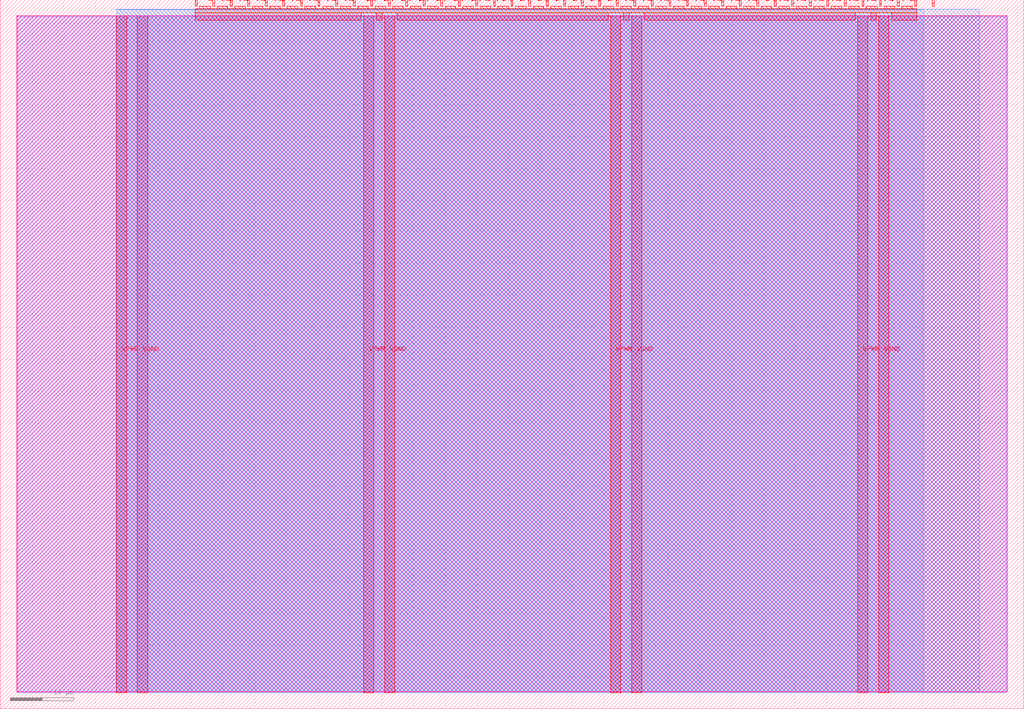
<source format=lef>
VERSION 5.7 ;
  NOWIREEXTENSIONATPIN ON ;
  DIVIDERCHAR "/" ;
  BUSBITCHARS "[]" ;
MACRO tt_um_wokwi_442977533467790337
  CLASS BLOCK ;
  FOREIGN tt_um_wokwi_442977533467790337 ;
  ORIGIN 0.000 0.000 ;
  SIZE 161.000 BY 111.520 ;
  PIN VGND
    DIRECTION INOUT ;
    USE GROUND ;
    PORT
      LAYER met4 ;
        RECT 21.580 2.480 23.180 109.040 ;
    END
    PORT
      LAYER met4 ;
        RECT 60.450 2.480 62.050 109.040 ;
    END
    PORT
      LAYER met4 ;
        RECT 99.320 2.480 100.920 109.040 ;
    END
    PORT
      LAYER met4 ;
        RECT 138.190 2.480 139.790 109.040 ;
    END
  END VGND
  PIN VPWR
    DIRECTION INOUT ;
    USE POWER ;
    PORT
      LAYER met4 ;
        RECT 18.280 2.480 19.880 109.040 ;
    END
    PORT
      LAYER met4 ;
        RECT 57.150 2.480 58.750 109.040 ;
    END
    PORT
      LAYER met4 ;
        RECT 96.020 2.480 97.620 109.040 ;
    END
    PORT
      LAYER met4 ;
        RECT 134.890 2.480 136.490 109.040 ;
    END
  END VPWR
  PIN clk
    DIRECTION INPUT ;
    USE SIGNAL ;
    ANTENNAGATEAREA 0.159000 ;
    PORT
      LAYER met4 ;
        RECT 143.830 110.520 144.130 111.520 ;
    END
  END clk
  PIN ena
    DIRECTION INPUT ;
    USE SIGNAL ;
    PORT
      LAYER met4 ;
        RECT 146.590 110.520 146.890 111.520 ;
    END
  END ena
  PIN rst_n
    DIRECTION INPUT ;
    USE SIGNAL ;
    PORT
      LAYER met4 ;
        RECT 141.070 110.520 141.370 111.520 ;
    END
  END rst_n
  PIN ui_in[0]
    DIRECTION INPUT ;
    USE SIGNAL ;
    PORT
      LAYER met4 ;
        RECT 138.310 110.520 138.610 111.520 ;
    END
  END ui_in[0]
  PIN ui_in[1]
    DIRECTION INPUT ;
    USE SIGNAL ;
    PORT
      LAYER met4 ;
        RECT 135.550 110.520 135.850 111.520 ;
    END
  END ui_in[1]
  PIN ui_in[2]
    DIRECTION INPUT ;
    USE SIGNAL ;
    PORT
      LAYER met4 ;
        RECT 132.790 110.520 133.090 111.520 ;
    END
  END ui_in[2]
  PIN ui_in[3]
    DIRECTION INPUT ;
    USE SIGNAL ;
    PORT
      LAYER met4 ;
        RECT 130.030 110.520 130.330 111.520 ;
    END
  END ui_in[3]
  PIN ui_in[4]
    DIRECTION INPUT ;
    USE SIGNAL ;
    PORT
      LAYER met4 ;
        RECT 127.270 110.520 127.570 111.520 ;
    END
  END ui_in[4]
  PIN ui_in[5]
    DIRECTION INPUT ;
    USE SIGNAL ;
    PORT
      LAYER met4 ;
        RECT 124.510 110.520 124.810 111.520 ;
    END
  END ui_in[5]
  PIN ui_in[6]
    DIRECTION INPUT ;
    USE SIGNAL ;
    PORT
      LAYER met4 ;
        RECT 121.750 110.520 122.050 111.520 ;
    END
  END ui_in[6]
  PIN ui_in[7]
    DIRECTION INPUT ;
    USE SIGNAL ;
    PORT
      LAYER met4 ;
        RECT 118.990 110.520 119.290 111.520 ;
    END
  END ui_in[7]
  PIN uio_in[0]
    DIRECTION INPUT ;
    USE SIGNAL ;
    PORT
      LAYER met4 ;
        RECT 116.230 110.520 116.530 111.520 ;
    END
  END uio_in[0]
  PIN uio_in[1]
    DIRECTION INPUT ;
    USE SIGNAL ;
    PORT
      LAYER met4 ;
        RECT 113.470 110.520 113.770 111.520 ;
    END
  END uio_in[1]
  PIN uio_in[2]
    DIRECTION INPUT ;
    USE SIGNAL ;
    PORT
      LAYER met4 ;
        RECT 110.710 110.520 111.010 111.520 ;
    END
  END uio_in[2]
  PIN uio_in[3]
    DIRECTION INPUT ;
    USE SIGNAL ;
    PORT
      LAYER met4 ;
        RECT 107.950 110.520 108.250 111.520 ;
    END
  END uio_in[3]
  PIN uio_in[4]
    DIRECTION INPUT ;
    USE SIGNAL ;
    PORT
      LAYER met4 ;
        RECT 105.190 110.520 105.490 111.520 ;
    END
  END uio_in[4]
  PIN uio_in[5]
    DIRECTION INPUT ;
    USE SIGNAL ;
    PORT
      LAYER met4 ;
        RECT 102.430 110.520 102.730 111.520 ;
    END
  END uio_in[5]
  PIN uio_in[6]
    DIRECTION INPUT ;
    USE SIGNAL ;
    PORT
      LAYER met4 ;
        RECT 99.670 110.520 99.970 111.520 ;
    END
  END uio_in[6]
  PIN uio_in[7]
    DIRECTION INPUT ;
    USE SIGNAL ;
    PORT
      LAYER met4 ;
        RECT 96.910 110.520 97.210 111.520 ;
    END
  END uio_in[7]
  PIN uio_oe[0]
    DIRECTION OUTPUT ;
    USE SIGNAL ;
    PORT
      LAYER met4 ;
        RECT 49.990 110.520 50.290 111.520 ;
    END
  END uio_oe[0]
  PIN uio_oe[1]
    DIRECTION OUTPUT ;
    USE SIGNAL ;
    PORT
      LAYER met4 ;
        RECT 47.230 110.520 47.530 111.520 ;
    END
  END uio_oe[1]
  PIN uio_oe[2]
    DIRECTION OUTPUT ;
    USE SIGNAL ;
    PORT
      LAYER met4 ;
        RECT 44.470 110.520 44.770 111.520 ;
    END
  END uio_oe[2]
  PIN uio_oe[3]
    DIRECTION OUTPUT ;
    USE SIGNAL ;
    PORT
      LAYER met4 ;
        RECT 41.710 110.520 42.010 111.520 ;
    END
  END uio_oe[3]
  PIN uio_oe[4]
    DIRECTION OUTPUT ;
    USE SIGNAL ;
    PORT
      LAYER met4 ;
        RECT 38.950 110.520 39.250 111.520 ;
    END
  END uio_oe[4]
  PIN uio_oe[5]
    DIRECTION OUTPUT ;
    USE SIGNAL ;
    PORT
      LAYER met4 ;
        RECT 36.190 110.520 36.490 111.520 ;
    END
  END uio_oe[5]
  PIN uio_oe[6]
    DIRECTION OUTPUT ;
    USE SIGNAL ;
    PORT
      LAYER met4 ;
        RECT 33.430 110.520 33.730 111.520 ;
    END
  END uio_oe[6]
  PIN uio_oe[7]
    DIRECTION OUTPUT ;
    USE SIGNAL ;
    PORT
      LAYER met4 ;
        RECT 30.670 110.520 30.970 111.520 ;
    END
  END uio_oe[7]
  PIN uio_out[0]
    DIRECTION OUTPUT ;
    USE SIGNAL ;
    PORT
      LAYER met4 ;
        RECT 72.070 110.520 72.370 111.520 ;
    END
  END uio_out[0]
  PIN uio_out[1]
    DIRECTION OUTPUT ;
    USE SIGNAL ;
    PORT
      LAYER met4 ;
        RECT 69.310 110.520 69.610 111.520 ;
    END
  END uio_out[1]
  PIN uio_out[2]
    DIRECTION OUTPUT ;
    USE SIGNAL ;
    PORT
      LAYER met4 ;
        RECT 66.550 110.520 66.850 111.520 ;
    END
  END uio_out[2]
  PIN uio_out[3]
    DIRECTION OUTPUT ;
    USE SIGNAL ;
    PORT
      LAYER met4 ;
        RECT 63.790 110.520 64.090 111.520 ;
    END
  END uio_out[3]
  PIN uio_out[4]
    DIRECTION OUTPUT ;
    USE SIGNAL ;
    PORT
      LAYER met4 ;
        RECT 61.030 110.520 61.330 111.520 ;
    END
  END uio_out[4]
  PIN uio_out[5]
    DIRECTION OUTPUT ;
    USE SIGNAL ;
    PORT
      LAYER met4 ;
        RECT 58.270 110.520 58.570 111.520 ;
    END
  END uio_out[5]
  PIN uio_out[6]
    DIRECTION OUTPUT ;
    USE SIGNAL ;
    PORT
      LAYER met4 ;
        RECT 55.510 110.520 55.810 111.520 ;
    END
  END uio_out[6]
  PIN uio_out[7]
    DIRECTION OUTPUT ;
    USE SIGNAL ;
    PORT
      LAYER met4 ;
        RECT 52.750 110.520 53.050 111.520 ;
    END
  END uio_out[7]
  PIN uo_out[0]
    DIRECTION OUTPUT ;
    USE SIGNAL ;
    ANTENNADIFFAREA 0.445500 ;
    PORT
      LAYER met4 ;
        RECT 94.150 110.520 94.450 111.520 ;
    END
  END uo_out[0]
  PIN uo_out[1]
    DIRECTION OUTPUT ;
    USE SIGNAL ;
    ANTENNADIFFAREA 0.445500 ;
    PORT
      LAYER met4 ;
        RECT 91.390 110.520 91.690 111.520 ;
    END
  END uo_out[1]
  PIN uo_out[2]
    DIRECTION OUTPUT ;
    USE SIGNAL ;
    ANTENNADIFFAREA 0.445500 ;
    PORT
      LAYER met4 ;
        RECT 88.630 110.520 88.930 111.520 ;
    END
  END uo_out[2]
  PIN uo_out[3]
    DIRECTION OUTPUT ;
    USE SIGNAL ;
    ANTENNADIFFAREA 0.445500 ;
    PORT
      LAYER met4 ;
        RECT 85.870 110.520 86.170 111.520 ;
    END
  END uo_out[3]
  PIN uo_out[4]
    DIRECTION OUTPUT ;
    USE SIGNAL ;
    PORT
      LAYER met4 ;
        RECT 83.110 110.520 83.410 111.520 ;
    END
  END uo_out[4]
  PIN uo_out[5]
    DIRECTION OUTPUT ;
    USE SIGNAL ;
    PORT
      LAYER met4 ;
        RECT 80.350 110.520 80.650 111.520 ;
    END
  END uo_out[5]
  PIN uo_out[6]
    DIRECTION OUTPUT ;
    USE SIGNAL ;
    PORT
      LAYER met4 ;
        RECT 77.590 110.520 77.890 111.520 ;
    END
  END uo_out[6]
  PIN uo_out[7]
    DIRECTION OUTPUT ;
    USE SIGNAL ;
    PORT
      LAYER met4 ;
        RECT 74.830 110.520 75.130 111.520 ;
    END
  END uo_out[7]
  OBS
      LAYER nwell ;
        RECT 2.570 2.635 158.430 108.990 ;
      LAYER li1 ;
        RECT 2.760 2.635 158.240 108.885 ;
      LAYER met1 ;
        RECT 2.760 2.480 158.240 109.040 ;
      LAYER met2 ;
        RECT 18.310 2.535 154.000 110.005 ;
      LAYER met3 ;
        RECT 18.290 2.555 145.295 109.985 ;
      LAYER met4 ;
        RECT 31.370 110.120 33.030 110.520 ;
        RECT 34.130 110.120 35.790 110.520 ;
        RECT 36.890 110.120 38.550 110.520 ;
        RECT 39.650 110.120 41.310 110.520 ;
        RECT 42.410 110.120 44.070 110.520 ;
        RECT 45.170 110.120 46.830 110.520 ;
        RECT 47.930 110.120 49.590 110.520 ;
        RECT 50.690 110.120 52.350 110.520 ;
        RECT 53.450 110.120 55.110 110.520 ;
        RECT 56.210 110.120 57.870 110.520 ;
        RECT 58.970 110.120 60.630 110.520 ;
        RECT 61.730 110.120 63.390 110.520 ;
        RECT 64.490 110.120 66.150 110.520 ;
        RECT 67.250 110.120 68.910 110.520 ;
        RECT 70.010 110.120 71.670 110.520 ;
        RECT 72.770 110.120 74.430 110.520 ;
        RECT 75.530 110.120 77.190 110.520 ;
        RECT 78.290 110.120 79.950 110.520 ;
        RECT 81.050 110.120 82.710 110.520 ;
        RECT 83.810 110.120 85.470 110.520 ;
        RECT 86.570 110.120 88.230 110.520 ;
        RECT 89.330 110.120 90.990 110.520 ;
        RECT 92.090 110.120 93.750 110.520 ;
        RECT 94.850 110.120 96.510 110.520 ;
        RECT 97.610 110.120 99.270 110.520 ;
        RECT 100.370 110.120 102.030 110.520 ;
        RECT 103.130 110.120 104.790 110.520 ;
        RECT 105.890 110.120 107.550 110.520 ;
        RECT 108.650 110.120 110.310 110.520 ;
        RECT 111.410 110.120 113.070 110.520 ;
        RECT 114.170 110.120 115.830 110.520 ;
        RECT 116.930 110.120 118.590 110.520 ;
        RECT 119.690 110.120 121.350 110.520 ;
        RECT 122.450 110.120 124.110 110.520 ;
        RECT 125.210 110.120 126.870 110.520 ;
        RECT 127.970 110.120 129.630 110.520 ;
        RECT 130.730 110.120 132.390 110.520 ;
        RECT 133.490 110.120 135.150 110.520 ;
        RECT 136.250 110.120 137.910 110.520 ;
        RECT 139.010 110.120 140.670 110.520 ;
        RECT 141.770 110.120 143.430 110.520 ;
        RECT 30.655 109.440 144.145 110.120 ;
        RECT 30.655 108.295 56.750 109.440 ;
        RECT 59.150 108.295 60.050 109.440 ;
        RECT 62.450 108.295 95.620 109.440 ;
        RECT 98.020 108.295 98.920 109.440 ;
        RECT 101.320 108.295 134.490 109.440 ;
        RECT 136.890 108.295 137.790 109.440 ;
        RECT 140.190 108.295 144.145 109.440 ;
  END
END tt_um_wokwi_442977533467790337
END LIBRARY


</source>
